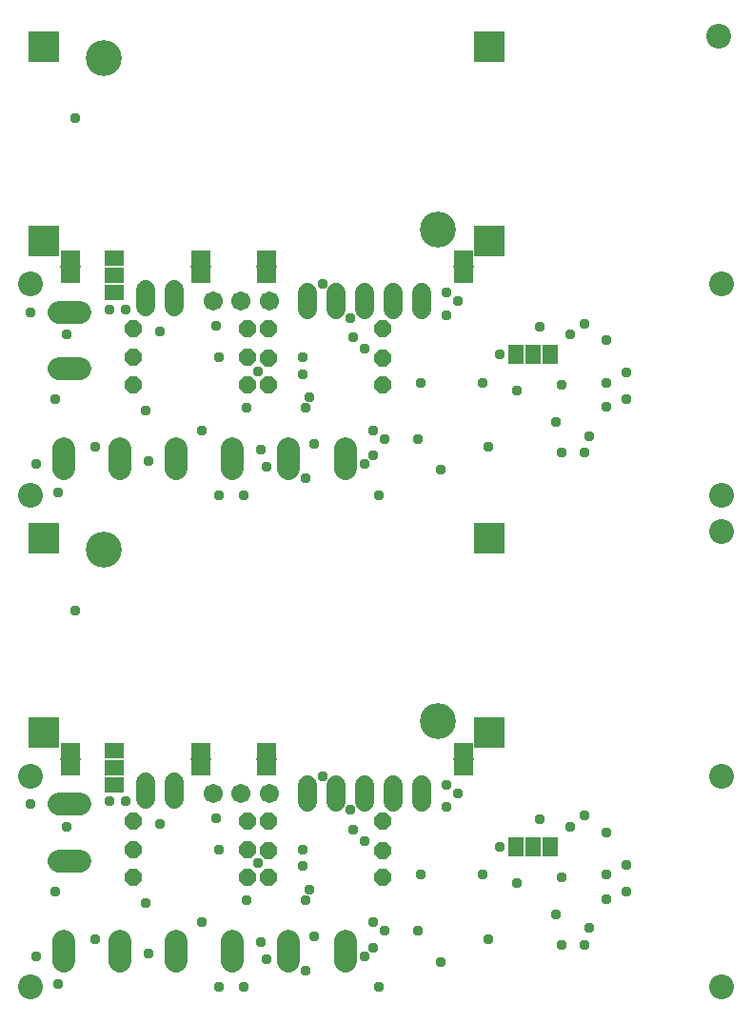
<source format=gbr>
G04 EAGLE Gerber RS-274X export*
G75*
%MOMM*%
%FSLAX34Y34*%
%LPD*%
%INSoldermask Bottom*%
%IPPOS*%
%AMOC8*
5,1,8,0,0,1.08239X$1,22.5*%
G01*
%ADD10C,2.203200*%
%ADD11C,1.727200*%
%ADD12P,1.649562X8X22.500000*%
%ADD13P,1.649562X8X202.500000*%
%ADD14C,1.711200*%
%ADD15R,1.371600X1.803400*%
%ADD16C,1.993900*%
%ADD17R,1.803400X1.371600*%
%ADD18R,2.703200X2.703200*%
%ADD19C,3.203200*%
%ADD20R,1.828800X0.152400*%
%ADD21C,0.959600*%


D10*
X17500Y202500D03*
X632500Y202500D03*
X632500Y15000D03*
X17500Y15000D03*
X17500Y640000D03*
X632500Y640000D03*
X632500Y452500D03*
X17500Y452500D03*
X632500Y420000D03*
X630000Y860000D03*
D11*
X119800Y197620D02*
X119800Y182380D01*
X145200Y182380D02*
X145200Y197620D01*
X264200Y195120D02*
X264200Y179880D01*
X289600Y179880D02*
X289600Y195120D01*
X315000Y195120D02*
X315000Y179880D01*
X340400Y179880D02*
X340400Y195120D01*
X365800Y195120D02*
X365800Y179880D01*
D12*
X229200Y112500D03*
X330800Y112500D03*
X109200Y162500D03*
X210800Y162500D03*
D13*
X210800Y137500D03*
X109200Y137500D03*
X330800Y162500D03*
X229200Y162500D03*
X330800Y136250D03*
X229200Y136250D03*
D14*
X180000Y187500D03*
X205000Y187500D03*
X230000Y187500D03*
D12*
X109200Y112500D03*
X210800Y112500D03*
D15*
X480240Y140000D03*
X465000Y140000D03*
X449760Y140000D03*
D16*
X47500Y56054D02*
X47500Y38147D01*
X97500Y38147D02*
X97500Y56054D01*
X147500Y56054D02*
X147500Y38147D01*
X197500Y38147D02*
X197500Y56054D01*
X247500Y56054D02*
X247500Y38147D01*
X297500Y38147D02*
X297500Y56054D01*
X61254Y177500D02*
X43347Y177500D01*
X43347Y127500D02*
X61254Y127500D01*
D17*
X92500Y194760D03*
X92500Y210000D03*
X92500Y225240D03*
D18*
X29380Y413860D03*
X29380Y241140D03*
X425620Y241140D03*
X425620Y413860D03*
D19*
X82720Y403700D03*
X379900Y251300D03*
D17*
X402500Y209880D03*
X402500Y225120D03*
D20*
X402500Y217500D03*
D17*
X53333Y209880D03*
X53333Y225120D03*
D20*
X53333Y217500D03*
D17*
X169167Y209880D03*
X169167Y225120D03*
D20*
X169167Y217500D03*
D17*
X227500Y209880D03*
X227500Y225120D03*
D20*
X227500Y217500D03*
D11*
X119800Y619880D02*
X119800Y635120D01*
X145200Y635120D02*
X145200Y619880D01*
X264200Y617380D02*
X264200Y632620D01*
X289600Y632620D02*
X289600Y617380D01*
X315000Y617380D02*
X315000Y632620D01*
X340400Y632620D02*
X340400Y617380D01*
X365800Y617380D02*
X365800Y632620D01*
D12*
X229200Y550000D03*
X330800Y550000D03*
X109200Y600000D03*
X210800Y600000D03*
D13*
X210800Y575000D03*
X109200Y575000D03*
X330800Y600000D03*
X229200Y600000D03*
X330800Y573750D03*
X229200Y573750D03*
D14*
X180000Y625000D03*
X205000Y625000D03*
X230000Y625000D03*
D12*
X109200Y550000D03*
X210800Y550000D03*
D15*
X480240Y577500D03*
X465000Y577500D03*
X449760Y577500D03*
D16*
X47500Y493554D02*
X47500Y475647D01*
X97500Y475647D02*
X97500Y493554D01*
X147500Y493554D02*
X147500Y475647D01*
X197500Y475647D02*
X197500Y493554D01*
X247500Y493554D02*
X247500Y475647D01*
X297500Y475647D02*
X297500Y493554D01*
X61254Y615000D02*
X43347Y615000D01*
X43347Y565000D02*
X61254Y565000D01*
D17*
X92500Y632260D03*
X92500Y647500D03*
X92500Y662740D03*
D18*
X29380Y851360D03*
X29380Y678640D03*
X425620Y678640D03*
X425620Y851360D03*
D19*
X82720Y841200D03*
X379900Y688800D03*
D17*
X402500Y647380D03*
X402500Y662620D03*
D20*
X402500Y655000D03*
D17*
X53333Y647380D03*
X53333Y662620D03*
D20*
X53333Y655000D03*
D17*
X169167Y647380D03*
X169167Y662620D03*
D20*
X169167Y655000D03*
D17*
X227500Y647380D03*
X227500Y662620D03*
D20*
X227500Y655000D03*
D21*
X547500Y123750D03*
X362500Y65000D03*
X332500Y65000D03*
X102500Y180000D03*
X87500Y180000D03*
X22500Y42500D03*
X42500Y17500D03*
X40000Y100000D03*
X50000Y157500D03*
X120000Y90000D03*
X170000Y72500D03*
X222500Y55000D03*
X227500Y40000D03*
X270000Y60000D03*
X262500Y30000D03*
X382500Y37500D03*
X425000Y57500D03*
X485000Y80000D03*
X515000Y67500D03*
X530000Y115000D03*
X490000Y112500D03*
X387500Y175000D03*
X387500Y195000D03*
X260000Y137500D03*
X132500Y160000D03*
X260000Y122500D03*
X210000Y92500D03*
X182500Y165000D03*
X322500Y72500D03*
X315000Y145000D03*
X17500Y177500D03*
X302500Y172500D03*
X315000Y42500D03*
X220000Y125000D03*
X207500Y15000D03*
X185000Y15000D03*
X75000Y57500D03*
X122500Y45000D03*
X277500Y202500D03*
X365000Y115000D03*
X420000Y115000D03*
X510000Y167500D03*
X305000Y155000D03*
X397500Y187500D03*
X266006Y101846D03*
X547500Y100000D03*
X262500Y92500D03*
X530000Y93194D03*
X470500Y164306D03*
X450000Y107500D03*
X510000Y52500D03*
X327500Y15000D03*
X490000Y52500D03*
X185000Y137500D03*
X322687Y50187D03*
X435000Y140000D03*
X530000Y152500D03*
X497500Y157500D03*
X57500Y350000D03*
X547500Y561250D03*
X362500Y502500D03*
X332500Y502500D03*
X102500Y617500D03*
X87500Y617500D03*
X22500Y480000D03*
X42500Y455000D03*
X40000Y537500D03*
X50000Y595000D03*
X120000Y527500D03*
X170000Y510000D03*
X222500Y492500D03*
X227500Y477500D03*
X270000Y497500D03*
X262500Y467500D03*
X382500Y475000D03*
X425000Y495000D03*
X485000Y517500D03*
X515000Y505000D03*
X530000Y552500D03*
X490000Y550000D03*
X387500Y612500D03*
X387500Y632500D03*
X260000Y575000D03*
X132500Y597500D03*
X260000Y560000D03*
X210000Y530000D03*
X182500Y602500D03*
X322500Y510000D03*
X315000Y582500D03*
X17500Y615000D03*
X302500Y610000D03*
X315000Y480000D03*
X220000Y562500D03*
X207500Y452500D03*
X185000Y452500D03*
X75000Y495000D03*
X122500Y482500D03*
X277500Y640000D03*
X365000Y552500D03*
X420000Y552500D03*
X510000Y605000D03*
X305000Y592500D03*
X397500Y625000D03*
X266006Y539346D03*
X547500Y537500D03*
X262500Y530000D03*
X530000Y530694D03*
X470500Y601806D03*
X450000Y545000D03*
X510000Y490000D03*
X327500Y452500D03*
X490000Y490000D03*
X185000Y575000D03*
X322687Y487687D03*
X435000Y577500D03*
X530000Y590000D03*
X497500Y595000D03*
X57500Y787500D03*
M02*

</source>
